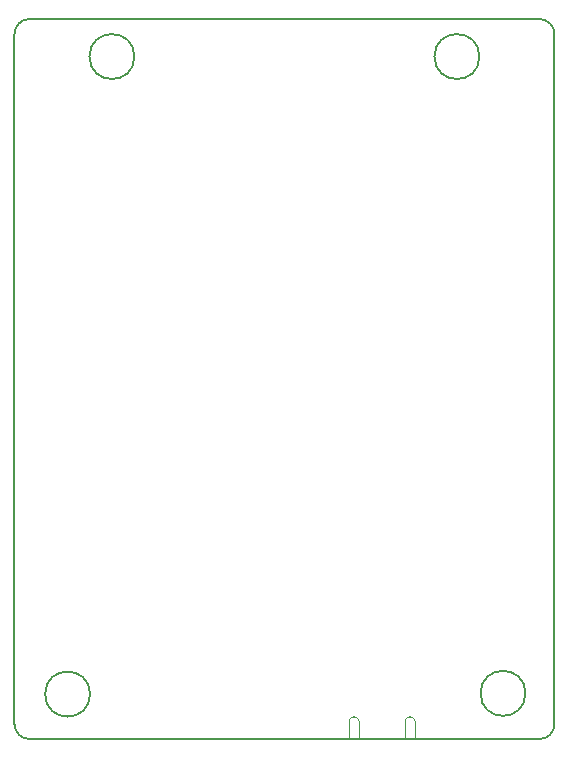
<source format=gm1>
G04 #@! TF.FileFunction,Profile,NP*
%FSLAX46Y46*%
G04 Gerber Fmt 4.6, Leading zero omitted, Abs format (unit mm)*
G04 Created by KiCad (PCBNEW 4.0.5-e0-6337~52~ubuntu16.10.1) date Tue Feb  7 00:40:12 2017*
%MOMM*%
%LPD*%
G01*
G04 APERTURE LIST*
%ADD10C,0.100000*%
%ADD11C,0.150000*%
G04 APERTURE END LIST*
D10*
D11*
X191770000Y-121920000D02*
X148590000Y-121920000D01*
X148590000Y-60960000D02*
X191770000Y-60960000D01*
X190588900Y-118046500D02*
G75*
G03X190588900Y-118046500I-1905000J0D01*
G01*
X153720800Y-118110000D02*
G75*
G03X153720800Y-118110000I-1905000J0D01*
G01*
X157480000Y-64135000D02*
G75*
G03X157480000Y-64135000I-1905000J0D01*
G01*
X186690000Y-64135000D02*
G75*
G03X186690000Y-64135000I-1905000J0D01*
G01*
X191770000Y-121920000D02*
G75*
G03X193040000Y-120650000I0J1270000D01*
G01*
X147320000Y-120650000D02*
G75*
G03X148590000Y-121920000I1270000J0D01*
G01*
X193040000Y-62230000D02*
G75*
G03X191770000Y-60960000I-1270000J0D01*
G01*
X148590000Y-60960000D02*
G75*
G03X147320000Y-62230000I0J-1270000D01*
G01*
X193040000Y-120650000D02*
X193040000Y-62230000D01*
X147320000Y-62230000D02*
X147320000Y-120650000D01*
D10*
X173355000Y-121920000D02*
X175635000Y-121920000D01*
X175635000Y-121920000D02*
X175635000Y-120421000D01*
X176016000Y-120040000D02*
G75*
G03X175635000Y-120421000I0J-381000D01*
G01*
X176016000Y-120040000D02*
X176104000Y-120040000D01*
X176485000Y-120421000D02*
G75*
G03X176104000Y-120040000I-381000J0D01*
G01*
X176485000Y-120421000D02*
X176485000Y-121920000D01*
X176485000Y-121920000D02*
X180385000Y-121920000D01*
X180385000Y-121920000D02*
X180385000Y-120421000D01*
X180766000Y-120040000D02*
G75*
G03X180385000Y-120421000I0J-381000D01*
G01*
X180766000Y-120040000D02*
X180854000Y-120040000D01*
X181235000Y-120421000D02*
G75*
G03X180854000Y-120040000I-381000J0D01*
G01*
X181235000Y-120421000D02*
X181235000Y-121920000D01*
X181235000Y-121920000D02*
X183515000Y-121920000D01*
M02*

</source>
